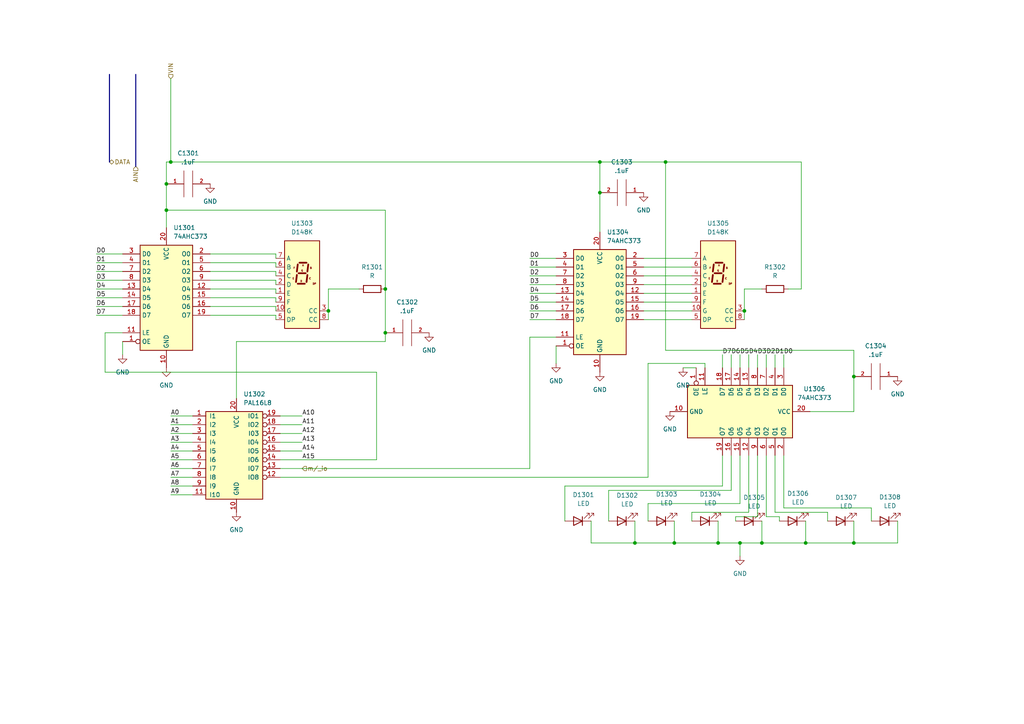
<source format=kicad_sch>
(kicad_sch (version 20211123) (generator eeschema)
  (paper "A4")
  (lib_symbols
    (symbol "74xx:74AHC373"
      (property "Reference" "U" (at -7.62 16.51 0))
      (property "Value" "74AHC373" (at -7.62 -16.51 0))
      (symbol "74AHC373_1_0"
        (pin input inverted (at -12.7 -12.7 0) (length 5.08) (name "OE") (number "1"))
        (pin power_in line (at 0 -20.32 90) (length 5.08) (name "GND") (number "10"))
        (pin input line (at -12.7 -10.16 0) (length 5.08) (name "LE") (number "11"))
        (pin tri_state line (at 12.7 2.54 180) (length 5.08) (name "O4") (number "12"))
        (pin input line (at -12.7 2.54 0) (length 5.08) (name "D4") (number "13"))
        (pin input line (at -12.7 0 0) (length 5.08) (name "D5") (number "14"))
        (pin tri_state line (at 12.7 0 180) (length 5.08) (name "O5") (number "15"))
        (pin tri_state line (at 12.7 -2.54 180) (length 5.08) (name "O6") (number "16"))
        (pin input line (at -12.7 -2.54 0) (length 5.08) (name "D6") (number "17"))
        (pin input line (at -12.7 -5.08 0) (length 5.08) (name "D7") (number "18"))
        (pin tri_state line (at 12.7 -5.08 180) (length 5.08) (name "O7") (number "19"))
        (pin tri_state line (at 12.7 12.7 180) (length 5.08) (name "O0") (number "2"))
        (pin power_in line (at 0 20.32 270) (length 5.08) (name "VCC") (number "20"))
        (pin input line (at -12.7 12.7 0) (length 5.08) (name "D0") (number "3"))
        (pin input line (at -12.7 10.16 0) (length 5.08) (name "D1") (number "4"))
        (pin tri_state line (at 12.7 10.16 180) (length 5.08) (name "O1") (number "5"))
        (pin tri_state line (at 12.7 7.62 180) (length 5.08) (name "O2") (number "6"))
        (pin input line (at -12.7 7.62 0) (length 5.08) (name "D2") (number "7"))
        (pin input line (at -12.7 5.08 0) (length 5.08) (name "D3") (number "8"))
        (pin tri_state line (at 12.7 5.08 180) (length 5.08) (name "O3") (number "9"))
      )
      (symbol "74AHC373_1_1"
        (rectangle (start -7.62 15.24) (end 7.62 -15.24) (stroke (width 0.254)) (fill (type background)))
      )
    )
    (symbol "Device:LED" (pin_numbers hide) (pin_names (offset 1.016) hide)
      (property "Reference" "D" (at 0 2.54 0))
      (property "Value" "LED" (at 0 -2.54 0))
      (symbol "LED_0_1"
        (polyline (pts (xy -1.27 -1.27) (xy -1.27 1.27)) (stroke (width 0.254)))
        (polyline (pts (xy -1.27 0) (xy 1.27 0)))
        (polyline (pts (xy 1.27 -1.27) (xy 1.27 1.27) (xy -1.27 0) (xy 1.27 -1.27)) (stroke (width 0.254)))
        (polyline (pts (xy -3.048 -0.762) (xy -4.572 -2.286) (xy -3.81 -2.286) (xy -4.572 -2.286) (xy -4.572 -1.524)))
        (polyline (pts (xy -1.778 -0.762) (xy -3.302 -2.286) (xy -2.54 -2.286) (xy -3.302 -2.286) (xy -3.302 -1.524)))
      )
      (symbol "LED_1_1"
        (pin passive line (at -3.81 0 0) (length 2.54) (name "K") (number "1"))
        (pin passive line (at 3.81 0 180) (length 2.54) (name "A") (number "2"))
      )
    )
    (symbol "Device:R" (pin_numbers hide) (pin_names (offset 0))
      (property "Reference" "R" (at 2.032 0 90))
      (property "Value" "R" (at 0 0 90))
      (symbol "R_0_1"
        (rectangle (start -1.016 -2.54) (end 1.016 2.54) (stroke (width 0.254)))
      )
      (symbol "R_1_1"
        (pin passive line (at 0 3.81 270) (length 1.27) (name "~") (number "1"))
        (pin passive line (at 0 -3.81 90) (length 1.27) (name "~") (number "2"))
      )
    )
    (symbol "Display_Character:D148K"
      (property "Reference" "U" (at -2.54 13.97 0))
      (property "Value" "D148K" (at 1.27 13.97 0))
      (symbol "D148K_0_0"
        (text "A" (at 0.254 5.588 0) (effects (font (size 0.508 0.508))))
        (text "B" (at 2.54 4.826 0) (effects (font (size 0.508 0.508))))
        (text "C" (at 2.286 1.778 0) (effects (font (size 0.508 0.508))))
        (text "D" (at -0.254 1.016 0) (effects (font (size 0.508 0.508))))
        (text "DP" (at 3.556 0.254 0) (effects (font (size 0.508 0.508))))
        (text "E" (at -2.54 1.778 0) (effects (font (size 0.508 0.508))))
        (text "F" (at -2.286 4.826 0) (effects (font (size 0.508 0.508))))
        (text "G" (at 0 4.064 0) (effects (font (size 0.508 0.508))))
      )
      (symbol "D148K_0_1"
        (rectangle (start -5.08 12.7) (end 5.08 -12.7) (stroke (width 0.254)) (fill (type background)))
        (polyline (pts (xy -1.524 2.794) (xy -1.778 0.762)) (stroke (width 0.508)))
        (polyline (pts (xy -1.27 0.254) (xy 0.762 0.254)) (stroke (width 0.508)))
        (polyline (pts (xy -1.27 5.842) (xy -1.524 3.81)) (stroke (width 0.508)))
        (polyline (pts (xy -1.016 3.302) (xy 1.016 3.302)) (stroke (width 0.508)))
        (polyline (pts (xy -0.762 6.35) (xy 1.27 6.35)) (stroke (width 0.508)))
        (polyline (pts (xy 1.524 2.794) (xy 1.27 0.762)) (stroke (width 0.508)))
        (polyline (pts (xy 1.778 5.842) (xy 1.524 3.81)) (stroke (width 0.508)))
        (polyline (pts (xy 2.54 0.254) (xy 2.54 0.254)) (stroke (width 0.508)))
      )
      (symbol "D148K_1_1"
        (pin input line (at -7.62 -2.54 0) (length 2.54) (name "E") (number "1"))
        (pin input line (at -7.62 -7.62 0) (length 2.54) (name "G") (number "10"))
        (pin input line (at -7.62 0 0) (length 2.54) (name "D") (number "2"))
        (pin input line (at 7.62 -7.62 180) (length 2.54) (name "CC") (number "3"))
        (pin input line (at -7.62 2.54 0) (length 2.54) (name "C") (number "4"))
        (pin input line (at -7.62 -10.16 0) (length 2.54) (name "DP") (number "5"))
        (pin input line (at -7.62 5.08 0) (length 2.54) (name "B") (number "6"))
        (pin input line (at -7.62 7.62 0) (length 2.54) (name "A") (number "7"))
        (pin input line (at 7.62 -10.16 180) (length 2.54) (name "CC") (number "8"))
        (pin input line (at -7.62 -5.08 0) (length 2.54) (name "F") (number "9"))
      )
    )
    (symbol "Logic_Programmable:PAL16L8" (pin_names (offset 1.016))
      (property "Reference" "U" (at -8.89 16.51 0))
      (property "Value" "PAL16L8" (at 1.27 16.51 0))
      (symbol "PAL16L8_0_0"
        (pin power_in line (at 0 -15.24 90) (length 3.81) (name "GND") (number "10"))
        (pin power_in line (at 0 17.78 270) (length 3.81) (name "VCC") (number "20"))
      )
      (symbol "PAL16L8_0_1"
        (rectangle (start -8.89 13.97) (end 7.62 -11.43) (stroke (width 0.254)) (fill (type background)))
      )
      (symbol "PAL16L8_1_1"
        (pin input line (at -12.7 12.7 0) (length 3.81) (name "I1") (number "1"))
        (pin input line (at -12.7 -10.16 0) (length 3.81) (name "I10") (number "11"))
        (pin tri_state inverted (at 12.7 -5.08 180) (length 5.08) (name "IO8") (number "12"))
        (pin tri_state inverted (at 12.7 -2.54 180) (length 5.08) (name "IO7") (number "13"))
        (pin tri_state inverted (at 12.7 0 180) (length 5.08) (name "IO6") (number "14"))
        (pin tri_state inverted (at 12.7 2.54 180) (length 5.08) (name "IO5") (number "15"))
        (pin tri_state inverted (at 12.7 5.08 180) (length 5.08) (name "IO4") (number "16"))
        (pin tri_state inverted (at 12.7 7.62 180) (length 5.08) (name "I03") (number "17"))
        (pin tri_state inverted (at 12.7 10.16 180) (length 5.08) (name "IO2") (number "18"))
        (pin tri_state inverted (at 12.7 12.7 180) (length 5.08) (name "IO1") (number "19"))
        (pin input line (at -12.7 10.16 0) (length 3.81) (name "I2") (number "2"))
        (pin input line (at -12.7 7.62 0) (length 3.81) (name "I3") (number "3"))
        (pin input line (at -12.7 5.08 0) (length 3.81) (name "I4") (number "4"))
        (pin input line (at -12.7 2.54 0) (length 3.81) (name "I5") (number "5"))
        (pin input line (at -12.7 0 0) (length 3.81) (name "I6") (number "6"))
        (pin input line (at -12.7 -2.54 0) (length 3.81) (name "I7") (number "7"))
        (pin input line (at -12.7 -5.08 0) (length 3.81) (name "I8") (number "8"))
        (pin input line (at -12.7 -7.62 0) (length 3.81) (name "I9") (number "9"))
      )
    )
    (symbol "power:GND" (power) (pin_names (offset 0))
      (property "Value" "GND" (at 0 -3.81 0))
      (symbol "GND_0_1"
        (polyline (pts (xy 0 0) (xy 0 -1.27) (xy 1.27 -1.27) (xy 0 -2.54) (xy -1.27 -1.27) (xy 0 -1.27)))
      )
      (symbol "GND_1_1"
        (pin power_in line (at 0 0 270) (length 0) hide (name "GND") (number "1"))
      )
    )
    (symbol "pspice:C" (pin_names (offset 0.254))
      (property "Reference" "C" (at 2.54 3.81 90))
      (property "Value" "C" (at 2.54 -3.81 90))
      (symbol "C_0_1"
        (polyline (pts (xy -3.81 -1.27) (xy 3.81 -1.27)))
        (polyline (pts (xy -3.81 1.27) (xy 3.81 1.27)))
      )
      (symbol "C_1_1"
        (pin passive line (at 0 6.35 270) (length 5.08) (name "~") (number "1"))
        (pin passive line (at 0 -6.35 90) (length 5.08) (name "~") (number "2"))
      )
    )
  )
  (junction (at 215.9 90.17))
  (junction (at 247.65 157.48))
  (junction (at 195.58 157.48))
  (junction (at 49.53 46.99))
  (junction (at 173.99 55.88))
  (junction (at 95.25 90.17))
  (junction (at 193.04 46.99))
  (junction (at 214.63 157.48))
  (junction (at 48.26 60.96))
  (junction (at 247.65 109.22))
  (junction (at 208.28 157.48))
  (junction (at 111.76 83.82))
  (junction (at 111.76 96.52))
  (junction (at 173.99 46.99))
  (junction (at 220.98 157.48))
  (junction (at 48.26 53.34))
  (junction (at 233.68 157.48))
  (junction (at 184.15 157.48))
  (wire (pts (xy 222.25 102.87) (xy 222.25 106.68)))
  (wire (pts (xy 224.79 148.59) (xy 240.03 148.59)))
  (wire (pts (xy 186.69 77.47) (xy 200.66 77.47)))
  (wire (pts (xy 171.45 151.13) (xy 171.45 157.48)))
  (wire (pts (xy 215.9 83.82) (xy 215.9 90.17)))
  (wire (pts (xy 104.14 83.82) (xy 95.25 83.82)))
  (wire (pts (xy 48.26 60.96) (xy 111.76 60.96)))
  (wire (pts (xy 226.06 149.86) (xy 226.06 151.13)))
  (wire (pts (xy 186.69 92.71) (xy 200.66 92.71)))
  (wire (pts (xy 186.69 85.09) (xy 200.66 85.09)))
  (wire (pts (xy 49.53 130.81) (xy 55.88 130.81)))
  (wire (pts (xy 49.53 135.89) (xy 55.88 135.89)))
  (wire (pts (xy 220.98 151.13) (xy 220.98 157.48)))
  (wire (pts (xy 68.58 115.57) (xy 68.58 99.06)))
  (wire (pts (xy 81.28 123.19) (xy 87.63 123.19)))
  (wire (pts (xy 60.96 88.9) (xy 80.01 88.9)))
  (wire (pts (xy 60.96 73.66) (xy 80.01 73.66)))
  (wire (pts (xy 232.41 83.82) (xy 228.6 83.82)))
  (wire (pts (xy 27.94 91.44) (xy 35.56 91.44)))
  (wire (pts (xy 80.01 88.9) (xy 80.01 90.17)))
  (wire (pts (xy 48.26 60.96) (xy 48.26 66.04)))
  (wire (pts (xy 80.01 91.44) (xy 80.01 92.71)))
  (wire (pts (xy 224.79 102.87) (xy 224.79 106.68)))
  (wire (pts (xy 153.67 97.79) (xy 161.29 97.79)))
  (wire (pts (xy 247.65 157.48) (xy 260.35 157.48)))
  (wire (pts (xy 224.79 132.08) (xy 224.79 148.59)))
  (wire (pts (xy 81.28 128.27) (xy 87.63 128.27)))
  (wire (pts (xy 109.22 133.35) (xy 109.22 107.95)))
  (wire (pts (xy 48.26 46.99) (xy 49.53 46.99)))
  (wire (pts (xy 227.33 147.32) (xy 252.73 147.32)))
  (wire (pts (xy 198.12 106.68) (xy 201.93 106.68)))
  (wire (pts (xy 184.15 157.48) (xy 195.58 157.48)))
  (wire (pts (xy 27.94 83.82) (xy 35.56 83.82)))
  (wire (pts (xy 171.45 157.48) (xy 184.15 157.48)))
  (wire (pts (xy 153.67 92.71) (xy 161.29 92.71)))
  (wire (pts (xy 214.63 146.05) (xy 187.96 146.05)))
  (wire (pts (xy 27.94 73.66) (xy 35.56 73.66)))
  (wire (pts (xy 233.68 151.13) (xy 233.68 157.48)))
  (wire (pts (xy 247.65 119.38) (xy 234.95 119.38)))
  (wire (pts (xy 200.66 148.59) (xy 200.66 151.13)))
  (wire (pts (xy 49.53 133.35) (xy 55.88 133.35)))
  (wire (pts (xy 247.65 101.6) (xy 247.65 109.22)))
  (wire (pts (xy 60.96 81.28) (xy 80.01 81.28)))
  (wire (pts (xy 240.03 148.59) (xy 240.03 151.13)))
  (wire (pts (xy 95.25 90.17) (xy 95.25 92.71)))
  (wire (pts (xy 153.67 135.89) (xy 153.67 97.79)))
  (wire (pts (xy 195.58 157.48) (xy 208.28 157.48)))
  (wire (pts (xy 81.28 120.65) (xy 87.63 120.65)))
  (wire (pts (xy 27.94 81.28) (xy 35.56 81.28)))
  (wire (pts (xy 49.53 128.27) (xy 55.88 128.27)))
  (wire (pts (xy 95.25 83.82) (xy 95.25 90.17)))
  (wire (pts (xy 60.96 76.2) (xy 80.01 76.2)))
  (wire (pts (xy 111.76 60.96) (xy 111.76 83.82)))
  (wire (pts (xy 111.76 99.06) (xy 111.76 96.52)))
  (wire (pts (xy 214.63 157.48) (xy 220.98 157.48)))
  (wire (pts (xy 193.04 46.99) (xy 193.04 101.6)))
  (wire (pts (xy 193.04 46.99) (xy 232.41 46.99)))
  (wire (pts (xy 153.67 80.01) (xy 161.29 80.01)))
  (wire (pts (xy 49.53 143.51) (xy 55.88 143.51)))
  (wire (pts (xy 260.35 157.48) (xy 260.35 151.13)))
  (wire (pts (xy 80.01 86.36) (xy 80.01 87.63)))
  (wire (pts (xy 80.01 81.28) (xy 80.01 82.55)))
  (wire (pts (xy 49.53 120.65) (xy 55.88 120.65)))
  (wire (pts (xy 176.53 142.24) (xy 176.53 151.13)))
  (wire (pts (xy 186.69 82.55) (xy 200.66 82.55)))
  (wire (pts (xy 163.83 140.97) (xy 163.83 151.13)))
  (wire (pts (xy 48.26 46.99) (xy 48.26 53.34)))
  (wire (pts (xy 173.99 46.99) (xy 193.04 46.99)))
  (wire (pts (xy 35.56 99.06) (xy 35.56 102.87)))
  (wire (pts (xy 217.17 102.87) (xy 217.17 106.68)))
  (wire (pts (xy 217.17 148.59) (xy 200.66 148.59)))
  (wire (pts (xy 214.63 157.48) (xy 214.63 161.29)))
  (wire (pts (xy 60.96 91.44) (xy 80.01 91.44)))
  (wire (pts (xy 80.01 78.74) (xy 80.01 80.01)))
  (wire (pts (xy 217.17 132.08) (xy 217.17 148.59)))
  (wire (pts (xy 49.53 123.19) (xy 55.88 123.19)))
  (wire (pts (xy 219.71 149.86) (xy 213.36 149.86)))
  (wire (pts (xy 247.65 151.13) (xy 247.65 157.48)))
  (wire (pts (xy 27.94 88.9) (xy 35.56 88.9)))
  (wire (pts (xy 186.69 87.63) (xy 200.66 87.63)))
  (wire (pts (xy 153.67 87.63) (xy 161.29 87.63)))
  (wire (pts (xy 80.01 73.66) (xy 80.01 74.93)))
  (wire (pts (xy 81.28 138.43) (xy 187.96 138.43)))
  (wire (pts (xy 212.09 132.08) (xy 212.09 142.24)))
  (wire (pts (xy 214.63 132.08) (xy 214.63 146.05)))
  (wire (pts (xy 247.65 109.22) (xy 247.65 119.38)))
  (wire (pts (xy 161.29 100.33) (xy 161.29 105.41)))
  (wire (pts (xy 153.67 90.17) (xy 161.29 90.17)))
  (wire (pts (xy 220.98 157.48) (xy 233.68 157.48)))
  (wire (pts (xy 80.01 83.82) (xy 80.01 85.09)))
  (wire (pts (xy 111.76 96.52) (xy 111.76 83.82)))
  (wire (pts (xy 27.94 78.74) (xy 35.56 78.74)))
  (bus (pts (xy 39.37 21.59) (xy 39.37 48.26)))
  (wire (pts (xy 27.94 86.36) (xy 35.56 86.36)))
  (wire (pts (xy 60.96 86.36) (xy 80.01 86.36)))
  (wire (pts (xy 49.53 125.73) (xy 55.88 125.73)))
  (wire (pts (xy 214.63 102.87) (xy 214.63 106.68)))
  (wire (pts (xy 209.55 132.08) (xy 209.55 140.97)))
  (wire (pts (xy 186.69 74.93) (xy 200.66 74.93)))
  (wire (pts (xy 187.96 138.43) (xy 187.96 105.41)))
  (wire (pts (xy 153.67 74.93) (xy 161.29 74.93)))
  (wire (pts (xy 209.55 102.87) (xy 209.55 106.68)))
  (wire (pts (xy 252.73 147.32) (xy 252.73 151.13)))
  (wire (pts (xy 49.53 140.97) (xy 55.88 140.97)))
  (wire (pts (xy 213.36 149.86) (xy 213.36 151.13)))
  (wire (pts (xy 153.67 85.09) (xy 161.29 85.09)))
  (wire (pts (xy 153.67 82.55) (xy 161.29 82.55)))
  (wire (pts (xy 49.53 138.43) (xy 55.88 138.43)))
  (wire (pts (xy 81.28 135.89) (xy 153.67 135.89)))
  (wire (pts (xy 222.25 149.86) (xy 226.06 149.86)))
  (wire (pts (xy 60.96 78.74) (xy 80.01 78.74)))
  (wire (pts (xy 49.53 22.86) (xy 49.53 46.99)))
  (wire (pts (xy 27.94 76.2) (xy 35.56 76.2)))
  (wire (pts (xy 219.71 102.87) (xy 219.71 106.68)))
  (wire (pts (xy 109.22 107.95) (xy 30.48 107.95)))
  (wire (pts (xy 233.68 157.48) (xy 247.65 157.48)))
  (wire (pts (xy 186.69 90.17) (xy 200.66 90.17)))
  (wire (pts (xy 212.09 102.87) (xy 212.09 106.68)))
  (wire (pts (xy 212.09 142.24) (xy 176.53 142.24)))
  (wire (pts (xy 187.96 105.41) (xy 204.47 105.41)))
  (wire (pts (xy 48.26 53.34) (xy 48.26 60.96)))
  (wire (pts (xy 220.98 83.82) (xy 215.9 83.82)))
  (bus (pts (xy 31.75 21.59) (xy 31.75 46.99)))
  (wire (pts (xy 81.28 130.81) (xy 87.63 130.81)))
  (wire (pts (xy 80.01 76.2) (xy 80.01 77.47)))
  (wire (pts (xy 219.71 132.08) (xy 219.71 149.86)))
  (wire (pts (xy 208.28 157.48) (xy 214.63 157.48)))
  (wire (pts (xy 187.96 146.05) (xy 187.96 151.13)))
  (wire (pts (xy 30.48 96.52) (xy 35.56 96.52)))
  (wire (pts (xy 68.58 99.06) (xy 111.76 99.06)))
  (wire (pts (xy 186.69 80.01) (xy 200.66 80.01)))
  (wire (pts (xy 153.67 77.47) (xy 161.29 77.47)))
  (wire (pts (xy 208.28 151.13) (xy 208.28 157.48)))
  (wire (pts (xy 49.53 46.99) (xy 173.99 46.99)))
  (wire (pts (xy 173.99 55.88) (xy 173.99 67.31)))
  (wire (pts (xy 227.33 132.08) (xy 227.33 147.32)))
  (wire (pts (xy 215.9 90.17) (xy 215.9 92.71)))
  (wire (pts (xy 184.15 151.13) (xy 184.15 157.48)))
  (wire (pts (xy 81.28 125.73) (xy 87.63 125.73)))
  (wire (pts (xy 193.04 101.6) (xy 247.65 101.6)))
  (wire (pts (xy 30.48 107.95) (xy 30.48 96.52)))
  (wire (pts (xy 227.33 102.87) (xy 227.33 106.68)))
  (wire (pts (xy 173.99 46.99) (xy 173.99 55.88)))
  (wire (pts (xy 232.41 46.99) (xy 232.41 83.82)))
  (wire (pts (xy 195.58 151.13) (xy 195.58 157.48)))
  (wire (pts (xy 204.47 105.41) (xy 204.47 106.68)))
  (wire (pts (xy 81.28 133.35) (xy 109.22 133.35)))
  (wire (pts (xy 60.96 83.82) (xy 80.01 83.82)))
  (wire (pts (xy 209.55 140.97) (xy 163.83 140.97)))
  (wire (pts (xy 222.25 132.08) (xy 222.25 149.86)))
  (label "D5" (at 27.94 86.36 0))
  (label "A11" (at 87.63 123.19 0))
  (label "A2" (at 49.53 125.73 0))
  (label "D3" (at 27.94 81.28 0))
  (label "D0" (at 153.67 74.93 0))
  (label "A14" (at 87.63 130.81 0))
  (label "D2" (at 222.25 102.87 0))
  (label "D2" (at 27.94 78.74 0))
  (label "A12" (at 87.63 125.73 0))
  (label "A3" (at 49.53 128.27 0))
  (label "D1" (at 153.67 77.47 0))
  (label "A8" (at 49.53 140.97 0))
  (label "A9" (at 49.53 143.51 0))
  (label "A0" (at 49.53 120.65 0))
  (label "D7" (at 209.55 102.87 0))
  (label "A13" (at 87.63 128.27 0))
  (label "D4" (at 217.17 102.87 0))
  (label "D7" (at 153.67 92.71 0))
  (label "D6" (at 212.09 102.87 0))
  (label "D7" (at 27.94 91.44 0))
  (label "A4" (at 49.53 130.81 0))
  (label "A1" (at 49.53 123.19 0))
  (label "D2" (at 153.67 80.01 0))
  (label "D0" (at 27.94 73.66 0))
  (label "A6" (at 49.53 135.89 0))
  (label "A15" (at 87.63 133.35 0))
  (label "D3" (at 153.67 82.55 0))
  (label "D1" (at 224.79 102.87 0))
  (label "D4" (at 27.94 83.82 0))
  (label "D0" (at 227.33 102.87 0))
  (label "D3" (at 219.71 102.87 0))
  (label "A7" (at 49.53 138.43 0))
  (label "D4" (at 153.67 85.09 0))
  (label "D1" (at 27.94 76.2 0))
  (label "D5" (at 214.63 102.87 0))
  (label "D5" (at 153.67 87.63 0))
  (label "D6" (at 27.94 88.9 0))
  (label "A5" (at 49.53 133.35 0))
  (label "D6" (at 153.67 90.17 0))
  (label "A10" (at 87.63 120.65 0))
  (hierarchical_label "VIN" (shape input) (at 49.53 22.86 90))
  (hierarchical_label "AIN" (shape input) (at 39.37 48.26 270))
  (hierarchical_label "m{slash}_io" (shape input) (at 87.63 135.89 0))
  (hierarchical_label "DATA" (shape bidirectional) (at 31.75 46.99 0))
  (symbol (lib_id "power:GND") (at 194.31 119.38 0) (unit 1)
    (property "Reference" "#PWR01309" (effects hide))
    (property "Value" "GND" (at 194.31 124.46 0))
  )
  (symbol (lib_id "Logic_Programmable:PAL16L8") (at 68.58 133.35 0) (unit 1)
    (property "Reference" "U1302" (at 70.5994 114.3 0) (effects (justify left)))
    (property "Value" "PAL16L8" (at 70.5994 116.84 0) (effects (justify left)))
    (property "Footprint" "Package_DIP:DIP-20_W7.62mm" (effects hide))
  )
  (symbol (lib_id "74xx:74AHC373") (at 214.63 119.38 270) (unit 1)
    (property "Reference" "U1306" (at 236.22 112.8012 90))
    (property "Value" "74AHC373" (at 236.22 115.3412 90))
    (property "Datasheet" "https://assets.nexperia.com/documents/data-sheet/74AHC373.pdf" (effects hide))
  )
  (symbol (lib_id "pspice:C") (at 54.61 53.34 90) (unit 1)
    (property "Reference" "C1301" (at 54.61 44.45 90))
    (property "Value" ".1uF" (at 54.61 46.99 90))
    (property "Footprint" "Capacitor_SMD:CP_Elec_3x5.3" (effects hide))
  )
  (symbol (lib_id "power:GND") (at 60.96 53.34 0) (unit 1)
    (property "Reference" "#PWR01303" (effects hide))
    (property "Value" "GND" (at 60.96 58.42 0))
  )
  (symbol (lib_id "Device:LED") (at 191.77 151.13 180) (unit 1)
    (property "Reference" "D1303" (at 193.3575 143.3526 0))
    (property "Value" "LED" (at 193.3575 145.8926 0))
    (property "Footprint" "LED_SMD:LED_0201_0603Metric" (effects hide))
  )
  (symbol (lib_id "Device:LED") (at 217.17 151.13 180) (unit 1)
    (property "Reference" "D1305" (at 218.7575 144.2906 0))
    (property "Value" "LED" (at 218.7575 146.8306 0))
    (property "Footprint" "LED_SMD:LED_0201_0603Metric" (effects hide))
  )
  (symbol (lib_id "Device:LED") (at 204.47 151.13 180) (unit 1)
    (property "Reference" "D1304" (at 206.0575 143.3526 0))
    (property "Value" "LED" (at 206.0575 145.8926 0))
    (property "Footprint" "LED_SMD:LED_0201_0603Metric" (effects hide))
  )
  (symbol (lib_id "pspice:C") (at 118.11 96.52 90) (unit 1)
    (property "Reference" "C1302" (at 118.11 87.63 90))
    (property "Value" ".1uF" (at 118.11 90.17 90))
    (property "Footprint" "Capacitor_SMD:CP_Elec_3x5.3" (effects hide))
  )
  (symbol (lib_id "pspice:C") (at 180.34 55.88 270) (unit 1)
    (property "Reference" "C1303" (at 180.34 46.99 90))
    (property "Value" ".1uF" (at 180.34 49.53 90))
    (property "Footprint" "Capacitor_SMD:CP_Elec_3x5.3" (effects hide))
  )
  (symbol (lib_id "Device:R") (at 107.95 83.82 90) (unit 1)
    (property "Reference" "R1301" (at 107.95 77.47 90))
    (property "Value" "R" (at 107.95 80.01 90))
    (property "Footprint" "Resistor_SMD:R_0201_0603Metric" (effects hide))
  )
  (symbol (lib_id "power:GND") (at 124.46 96.52 0) (unit 1)
    (property "Reference" "#PWR01305" (effects hide))
    (property "Value" "GND" (at 124.46 101.6 0))
  )
  (symbol (lib_id "Display_Character:D148K") (at 208.28 82.55 0) (unit 1)
    (property "Reference" "U1305" (at 208.28 64.77 0))
    (property "Value" "D148K" (at 208.28 67.31 0))
    (property "Footprint" "Display_7Segment:D1X8K" (effects hide))
    (property "Datasheet" "https://ia800903.us.archive.org/24/items/CTKD1x8K/Cromatek%20D168K.pdf" (effects hide))
  )
  (symbol (lib_id "Device:LED") (at 256.54 151.13 180) (unit 1)
    (property "Reference" "D1308" (at 258.1275 144.1799 0))
    (property "Value" "LED" (at 258.1275 146.7199 0))
    (property "Footprint" "LED_SMD:LED_0201_0603Metric" (effects hide))
  )
  (symbol (lib_id "74xx:74AHC373") (at 173.99 87.63 0) (unit 1)
    (property "Reference" "U1304" (at 176.0094 67.31 0) (effects (justify left)))
    (property "Value" "74AHC373" (at 176.0094 69.85 0) (effects (justify left)))
    (property "Datasheet" "https://assets.nexperia.com/documents/data-sheet/74AHC373.pdf" (effects hide))
  )
  (symbol (lib_id "power:GND") (at 214.63 161.29 0) (unit 1)
    (property "Reference" "#PWR01311" (effects hide))
    (property "Value" "GND" (at 214.63 166.37 0))
  )
  (symbol (lib_id "power:GND") (at 173.99 107.95 0) (unit 1)
    (property "Reference" "#PWR01307" (effects hide))
    (property "Value" "GND" (at 173.99 113.03 0))
  )
  (symbol (lib_id "Device:R") (at 224.79 83.82 90) (unit 1)
    (property "Reference" "R1302" (at 224.79 77.47 90))
    (property "Value" "R" (at 224.79 80.01 90))
    (property "Footprint" "Resistor_SMD:R_0201_0603Metric" (effects hide))
  )
  (symbol (lib_id "Display_Character:D148K") (at 87.63 82.55 0) (unit 1)
    (property "Reference" "U1303" (at 87.63 64.77 0))
    (property "Value" "D148K" (at 87.63 67.31 0))
    (property "Footprint" "Display_7Segment:D1X8K" (effects hide))
    (property "Datasheet" "https://ia800903.us.archive.org/24/items/CTKD1x8K/Cromatek%20D168K.pdf" (effects hide))
  )
  (symbol (lib_id "power:GND") (at 68.58 148.59 0) (unit 1)
    (property "Reference" "#PWR01304" (effects hide))
    (property "Value" "GND" (at 68.58 153.67 0))
  )
  (symbol (lib_id "Device:LED") (at 243.84 151.13 180) (unit 1)
    (property "Reference" "D1307" (at 245.4275 144.2906 0))
    (property "Value" "LED" (at 245.4275 146.8306 0))
    (property "Footprint" "LED_SMD:LED_0201_0603Metric" (effects hide))
  )
  (symbol (lib_id "Device:LED") (at 167.64 151.13 180) (unit 1)
    (property "Reference" "D1301" (at 169.2275 143.51 0))
    (property "Value" "LED" (at 169.2275 146.05 0))
    (property "Footprint" "LED_SMD:LED_0201_0603Metric" (effects hide))
  )
  (symbol (lib_id "Device:LED") (at 229.87 151.13 180) (unit 1)
    (property "Reference" "D1306" (at 231.4575 143.1313 0))
    (property "Value" "LED" (at 231.4575 145.6713 0))
    (property "Footprint" "LED_SMD:LED_0201_0603Metric" (effects hide))
  )
  (symbol (lib_id "Device:LED") (at 180.34 151.13 180) (unit 1)
    (property "Reference" "D1302" (at 181.9275 143.6847 0))
    (property "Value" "LED" (at 181.9275 146.2247 0))
    (property "Footprint" "LED_SMD:LED_0201_0603Metric" (effects hide))
  )
  (symbol (lib_id "power:GND") (at 198.12 106.68 0) (unit 1)
    (property "Reference" "#PWR01310" (effects hide))
    (property "Value" "GND" (at 198.12 111.76 0))
  )
  (symbol (lib_id "pspice:C") (at 254 109.22 270) (unit 1)
    (property "Reference" "C1304" (at 254 100.33 90))
    (property "Value" ".1uF" (at 254 102.87 90))
    (property "Footprint" "Capacitor_SMD:CP_Elec_3x5.3" (effects hide))
  )
  (symbol (lib_id "power:GND") (at 260.35 109.22 0) (unit 1)
    (property "Reference" "#PWR01312" (effects hide))
    (property "Value" "GND" (at 260.35 114.3 0))
  )
  (symbol (lib_id "power:GND") (at 35.56 102.87 0) (unit 1)
    (property "Reference" "#PWR01301" (effects hide))
    (property "Value" "GND" (at 35.56 107.95 0))
  )
  (symbol (lib_id "power:GND") (at 48.26 106.68 0) (unit 1)
    (property "Reference" "#PWR01302" (effects hide))
    (property "Value" "GND" (at 48.26 111.76 0))
  )
  (symbol (lib_id "power:GND") (at 186.69 55.88 0) (unit 1)
    (property "Reference" "#PWR01308" (effects hide))
    (property "Value" "GND" (at 186.69 60.96 0))
  )
  (symbol (lib_id "power:GND") (at 161.29 105.41 0) (unit 1)
    (property "Reference" "#PWR01306" (effects hide))
    (property "Value" "GND" (at 161.29 110.49 0))
  )
  (symbol (lib_id "74xx:74AHC373") (at 48.26 86.36 0) (unit 1)
    (property "Reference" "U1301" (at 50.2794 66.04 0) (effects (justify left)))
    (property "Value" "74AHC373" (at 50.2794 68.58 0) (effects (justify left)))
    (property "Datasheet" "https://assets.nexperia.com/documents/data-sheet/74AHC373.pdf" (effects hide))
  )
)
</source>
